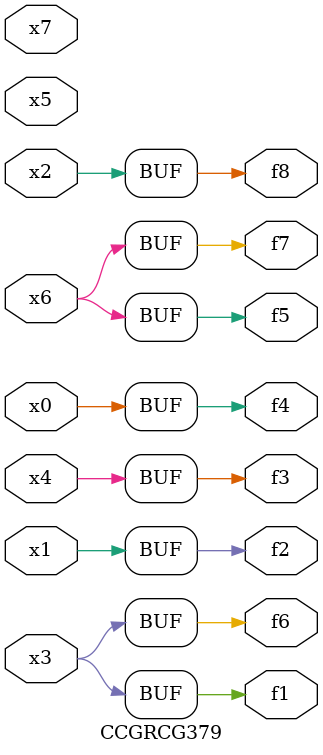
<source format=v>
module CCGRCG379(
	input x0, x1, x2, x3, x4, x5, x6, x7,
	output f1, f2, f3, f4, f5, f6, f7, f8
);
	assign f1 = x3;
	assign f2 = x1;
	assign f3 = x4;
	assign f4 = x0;
	assign f5 = x6;
	assign f6 = x3;
	assign f7 = x6;
	assign f8 = x2;
endmodule

</source>
